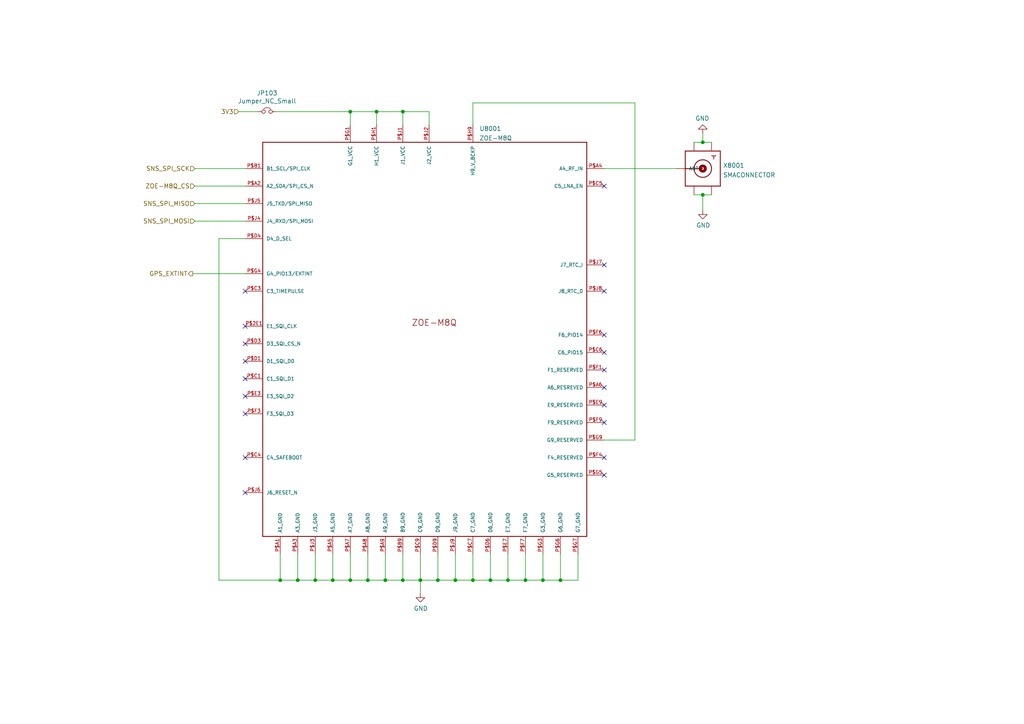
<source format=kicad_sch>
(kicad_sch (version 20211123) (generator eeschema)
  (paper "A4")
  (lib_symbols
    (symbol "Device:Jumper_NC_Small" (pin_numbers hide) (pin_names (offset 0.762) hide)
      (property "Reference" "JP" (at 0 2.032 0))
      (property "Value" "Device_Jumper_NC_Small" (at 0.254 -1.524 0))
      (symbol "Jumper_NC_Small_0_1"
        (circle (center -1.016 0) (radius 0.508))
        (circle (center 1.016 0) (radius 0.508))
        (arc (start 1.016 0.762) (mid 0 1.1828) (end -1.016 0.762))
        (pin passive line (at -2.54 0 0) (length 1.016) (name "1") (number "1"))
        (pin passive line (at 2.54 0 180) (length 1.016) (name "2") (number "2"))
      )
    )
    (symbol "SMACONNECTOR:SMACONNECTOR" (pin_numbers hide) (pin_names (offset 1.016))
      (property "Reference" "X" (at 7.62 2.54 0))
      (property "Value" "SMACONNECTOR" (at 7.62 0 0))
      (symbol "SMACONNECTOR_0_0"
        (polyline (pts (xy -5.08 -5.08) (xy -5.08 0)) (stroke (width 0.254)))
        (polyline (pts (xy -5.08 0) (xy -5.08 5.08)) (stroke (width 0.254)))
        (polyline (pts (xy -5.08 0) (xy 0 0)) (stroke (width 0.254)))
        (polyline (pts (xy -5.08 5.08) (xy 5.08 5.08)) (stroke (width 0.254)))
        (polyline (pts (xy 2.54 3.81) (xy 3.175 3.81)) (stroke (width 0.127)))
        (polyline (pts (xy 3.175 3.175) (xy 2.54 3.81)) (stroke (width 0.127)))
        (polyline (pts (xy 3.175 3.81) (xy 3.175 2.54)) (stroke (width 0.127)))
        (polyline (pts (xy 3.175 3.81) (xy 3.81 3.81)) (stroke (width 0.127)))
        (polyline (pts (xy 3.81 3.81) (xy 3.175 3.175)) (stroke (width 0.127)))
        (polyline (pts (xy 5.08 -5.08) (xy -5.08 -5.08)) (stroke (width 0.254)))
        (polyline (pts (xy 5.08 5.08) (xy 5.08 -5.08)) (stroke (width 0.254)))
        (circle (center 0 0) (radius 0.3556) (stroke (width 0.8128)))
        (circle (center 0 0) (radius 2.54) (stroke (width 0.254)))
        (pin bidirectional line (at -7.62 0 0) (length 2.54) (name "ANT") (number "ANTENNA"))
        (pin power_in line (at -2.54 7.62 270) (length 2.54) (name "~") (number "GND1"))
        (pin power_in line (at 2.54 7.62 270) (length 2.54) (name "~") (number "GND2"))
        (pin power_in line (at -2.54 -7.62 90) (length 2.54) (name "~") (number "GND3"))
        (pin power_in line (at 2.54 -7.62 90) (length 2.54) (name "~") (number "GND4"))
      )
    )
    (symbol "ZOE-M8Q:ZOE-M8Q" (pin_names (offset 1.016))
      (property "Reference" "U" (at -71.12 93.98 0))
      (property "Value" "ZOE-M8Q" (at -86.36 -30.48 0))
      (symbol "ZOE-M8Q_0_0"
        (polyline (pts (xy -71.12 -25.4) (xy 22.86 -25.4)) (stroke (width 0.254)))
        (polyline (pts (xy -71.12 88.9) (xy -71.12 -25.4)) (stroke (width 0.254)))
        (polyline (pts (xy 22.86 88.9) (xy -71.12 88.9)) (stroke (width 0.254)))
        (polyline (pts (xy 22.86 88.9) (xy 22.86 -25.4)) (stroke (width 0.254)))
        (text "ZOE-M8Q" (at -27.94 35.56 0) (effects (font (size 1.778 1.778)) (justify left bottom)))
        (pin bidirectional line (at -76.2 35.56 0) (length 5.08) (name "E1_SQI_CLK") (number "P$2E1"))
        (pin power_in line (at -66.04 -30.48 90) (length 5.08) (name "A1_GND") (number "P$A1"))
        (pin bidirectional line (at -76.2 76.2 0) (length 5.08) (name "A2_SDA/SPI_CS_N") (number "P$A2"))
        (pin power_in line (at -60.96 -30.48 90) (length 5.08) (name "A3_GND") (number "P$A3"))
        (pin input line (at 27.94 81.28 180) (length 5.08) (name "A4_RF_IN") (number "P$A4"))
        (pin power_in line (at -50.8 -30.48 90) (length 5.08) (name "A5_GND") (number "P$A5"))
        (pin bidirectional line (at 27.94 17.78 180) (length 5.08) (name "A6_RESREVED") (number "P$A6"))
        (pin power_in line (at -45.72 -30.48 90) (length 5.08) (name "A7_GND") (number "P$A7"))
        (pin power_in line (at -40.64 -30.48 90) (length 5.08) (name "A8_GND") (number "P$A8"))
        (pin power_in line (at -35.56 -30.48 90) (length 5.08) (name "A9_GND") (number "P$A9"))
        (pin bidirectional line (at -76.2 81.28 0) (length 5.08) (name "B1_SCL/SPI_CLK") (number "P$B1"))
        (pin power_in line (at -30.48 -30.48 90) (length 5.08) (name "B9_GND") (number "P$B9"))
        (pin bidirectional line (at -76.2 20.32 0) (length 5.08) (name "C1_SQI_D1") (number "P$C1"))
        (pin bidirectional line (at -76.2 45.72 0) (length 5.08) (name "C3_TIMEPULSE") (number "P$C3"))
        (pin bidirectional line (at -76.2 -2.54 0) (length 5.08) (name "C4_SAFEBOOT") (number "P$C4"))
        (pin bidirectional line (at 27.94 76.2 180) (length 5.08) (name "C5_LNA_EN") (number "P$C5"))
        (pin bidirectional line (at 27.94 27.94 180) (length 5.08) (name "C6_PIO15") (number "P$C6"))
        (pin power_in line (at -10.16 -30.48 90) (length 5.08) (name "C7_GND") (number "P$C7"))
        (pin power_in line (at -25.4 -30.48 90) (length 5.08) (name "C9_GND") (number "P$C9"))
        (pin bidirectional line (at -76.2 25.4 0) (length 5.08) (name "D1_SQI_D0") (number "P$D1"))
        (pin bidirectional line (at -76.2 30.48 0) (length 5.08) (name "D3_SQI_CS_N") (number "P$D3"))
        (pin bidirectional line (at -76.2 60.96 0) (length 5.08) (name "D4_D_SEL") (number "P$D4"))
        (pin power_in line (at -5.08 -30.48 90) (length 5.08) (name "D6_GND") (number "P$D6"))
        (pin power_in line (at -20.32 -30.48 90) (length 5.08) (name "D9_GND") (number "P$D9"))
        (pin bidirectional line (at -76.2 15.24 0) (length 5.08) (name "E3_SQI_D2") (number "P$E3"))
        (pin power_in line (at 0 -30.48 90) (length 5.08) (name "E7_GND") (number "P$E7"))
        (pin bidirectional line (at 27.94 12.7 180) (length 5.08) (name "E9_RESERVED") (number "P$E9"))
        (pin bidirectional line (at 27.94 22.86 180) (length 5.08) (name "F1_RESERVED") (number "P$F1"))
        (pin bidirectional line (at -76.2 10.16 0) (length 5.08) (name "F3_SQI_D3") (number "P$F3"))
        (pin bidirectional line (at 27.94 -2.54 180) (length 5.08) (name "F4_RESERVED") (number "P$F4"))
        (pin bidirectional line (at 27.94 33.02 180) (length 5.08) (name "F6_PIO14") (number "P$F6"))
        (pin power_in line (at 5.08 -30.48 90) (length 5.08) (name "F7_GND") (number "P$F7"))
        (pin bidirectional line (at 27.94 7.62 180) (length 5.08) (name "F9_RESERVED") (number "P$F9"))
        (pin power_in line (at -45.72 93.98 270) (length 5.08) (name "G1_VCC") (number "P$G1"))
        (pin power_in line (at 10.16 -30.48 90) (length 5.08) (name "G3_GND") (number "P$G3"))
        (pin bidirectional line (at -76.2 50.8 0) (length 5.08) (name "G4_PIO13/EXTINT") (number "P$G4"))
        (pin bidirectional line (at 27.94 -7.62 180) (length 5.08) (name "G5_RESERVED") (number "P$G5"))
        (pin power_in line (at 15.24 -30.48 90) (length 5.08) (name "G6_GND") (number "P$G6"))
        (pin power_in line (at 20.32 -30.48 90) (length 5.08) (name "G7_GND") (number "P$G7"))
        (pin bidirectional line (at 27.94 2.54 180) (length 5.08) (name "G9_RESERVED") (number "P$G9"))
        (pin power_in line (at -38.1 93.98 270) (length 5.08) (name "H1_VCC") (number "P$H1"))
        (pin power_in line (at -10.16 93.98 270) (length 5.08) (name "H9_V_BCKP") (number "P$H9"))
        (pin power_in line (at -30.48 93.98 270) (length 5.08) (name "J1_VCC") (number "P$J1"))
        (pin power_in line (at -22.86 93.98 270) (length 5.08) (name "J2_VCC") (number "P$J2"))
        (pin power_in line (at -55.88 -30.48 90) (length 5.08) (name "J3_GND") (number "P$J3"))
        (pin bidirectional line (at -76.2 66.04 0) (length 5.08) (name "J4_RXD/SPI_MOSI") (number "P$J4"))
        (pin bidirectional line (at -76.2 71.12 0) (length 5.08) (name "J5_TXD/SPI_MISO") (number "P$J5"))
        (pin bidirectional line (at -76.2 -12.7 0) (length 5.08) (name "J6_RESET_N") (number "P$J6"))
        (pin bidirectional line (at 27.94 53.34 180) (length 5.08) (name "J7_RTC_I") (number "P$J7"))
        (pin bidirectional line (at 27.94 45.72 180) (length 5.08) (name "J8_RTC_0") (number "P$J8"))
        (pin power_in line (at -15.24 -30.48 90) (length 5.08) (name "J9_GND") (number "P$J9"))
      )
    )
    (symbol "power:GND" (power) (pin_names (offset 0))
      (property "Value" "GND" (at 0 -3.81 0))
      (symbol "GND_0_1"
        (polyline (pts (xy 0 0) (xy 0 -1.27) (xy 1.27 -1.27) (xy 0 -2.54) (xy -1.27 -1.27) (xy 0 -1.27)))
      )
      (symbol "GND_1_1"
        (pin power_in line (at 0 0 270) (length 0) hide (name "GND") (number "1"))
      )
    )
  )
  (junction (at 121.92 168.275))
  (junction (at 147.32 168.275))
  (junction (at 162.56 168.275))
  (junction (at 127 168.275))
  (junction (at 96.52 168.275))
  (junction (at 91.44 168.275))
  (junction (at 142.24 168.275))
  (junction (at 137.16 168.275))
  (junction (at 157.48 168.275))
  (junction (at 132.08 168.275))
  (junction (at 81.28 168.275))
  (junction (at 203.835 56.515))
  (junction (at 203.835 41.275))
  (junction (at 86.36 168.275))
  (junction (at 101.6 168.275))
  (junction (at 116.84 168.275))
  (junction (at 152.4 168.275))
  (junction (at 111.76 168.275))
  (junction (at 116.84 32.385))
  (junction (at 106.68 168.275))
  (junction (at 101.6 32.385))
  (junction (at 109.22 32.385))
  (no_connect (at 175.26 53.975))
  (no_connect (at 71.12 120.015))
  (no_connect (at 71.12 99.695))
  (no_connect (at 71.12 109.855))
  (no_connect (at 71.12 142.875))
  (no_connect (at 175.26 117.475))
  (no_connect (at 175.26 84.455))
  (no_connect (at 175.26 107.315))
  (no_connect (at 71.12 94.615))
  (no_connect (at 175.26 137.795))
  (no_connect (at 175.26 122.555))
  (no_connect (at 175.26 97.155))
  (no_connect (at 71.12 104.775))
  (no_connect (at 71.12 84.455))
  (no_connect (at 175.26 76.835))
  (no_connect (at 71.12 132.715))
  (no_connect (at 71.12 114.935))
  (no_connect (at 175.26 102.235))
  (no_connect (at 175.26 132.715))
  (no_connect (at 175.26 112.395))
  (wire (pts (xy 147.32 168.275) (xy 152.4 168.275)))
  (wire (pts (xy 56.515 64.135) (xy 71.12 64.135)))
  (wire (pts (xy 142.24 160.655) (xy 142.24 168.275)))
  (wire (pts (xy 137.16 29.845) (xy 184.15 29.845)))
  (wire (pts (xy 167.64 168.275) (xy 167.64 160.655)))
  (wire (pts (xy 101.6 168.275) (xy 106.68 168.275)))
  (wire (pts (xy 71.12 53.975) (xy 56.515 53.975)))
  (wire (pts (xy 203.835 56.515) (xy 206.375 56.515)))
  (wire (pts (xy 184.15 29.845) (xy 184.15 127.635)))
  (wire (pts (xy 63.5 168.275) (xy 81.28 168.275)))
  (wire (pts (xy 91.44 160.655) (xy 91.44 168.275)))
  (wire (pts (xy 203.835 60.96) (xy 203.835 56.515)))
  (wire (pts (xy 96.52 160.655) (xy 96.52 168.275)))
  (wire (pts (xy 116.84 160.655) (xy 116.84 168.275)))
  (wire (pts (xy 111.76 168.275) (xy 116.84 168.275)))
  (wire (pts (xy 132.08 168.275) (xy 137.16 168.275)))
  (wire (pts (xy 121.92 168.275) (xy 127 168.275)))
  (wire (pts (xy 175.26 48.895) (xy 196.215 48.895)))
  (wire (pts (xy 124.46 36.195) (xy 124.46 32.385)))
  (wire (pts (xy 80.01 32.385) (xy 101.6 32.385)))
  (wire (pts (xy 203.835 41.275) (xy 206.375 41.275)))
  (wire (pts (xy 101.6 36.195) (xy 101.6 32.385)))
  (wire (pts (xy 116.84 168.275) (xy 121.92 168.275)))
  (wire (pts (xy 121.92 160.655) (xy 121.92 168.275)))
  (wire (pts (xy 162.56 160.655) (xy 162.56 168.275)))
  (wire (pts (xy 56.515 48.895) (xy 71.12 48.895)))
  (wire (pts (xy 127 160.655) (xy 127 168.275)))
  (wire (pts (xy 203.835 38.735) (xy 203.835 41.275)))
  (wire (pts (xy 81.28 168.275) (xy 86.36 168.275)))
  (wire (pts (xy 137.16 36.195) (xy 137.16 29.845)))
  (wire (pts (xy 201.295 41.275) (xy 203.835 41.275)))
  (wire (pts (xy 86.36 168.275) (xy 91.44 168.275)))
  (wire (pts (xy 137.16 160.655) (xy 137.16 168.275)))
  (wire (pts (xy 86.36 160.655) (xy 86.36 168.275)))
  (wire (pts (xy 124.46 32.385) (xy 116.84 32.385)))
  (wire (pts (xy 137.16 168.275) (xy 142.24 168.275)))
  (wire (pts (xy 106.68 160.655) (xy 106.68 168.275)))
  (wire (pts (xy 132.08 160.655) (xy 132.08 168.275)))
  (wire (pts (xy 56.515 59.055) (xy 71.12 59.055)))
  (wire (pts (xy 162.56 168.275) (xy 167.64 168.275)))
  (wire (pts (xy 63.5 69.215) (xy 63.5 168.275)))
  (wire (pts (xy 101.6 160.655) (xy 101.6 168.275)))
  (wire (pts (xy 157.48 160.655) (xy 157.48 168.275)))
  (wire (pts (xy 71.12 79.375) (xy 55.88 79.375)))
  (wire (pts (xy 201.295 56.515) (xy 203.835 56.515)))
  (wire (pts (xy 111.76 160.655) (xy 111.76 168.275)))
  (wire (pts (xy 116.84 36.195) (xy 116.84 32.385)))
  (wire (pts (xy 127 168.275) (xy 132.08 168.275)))
  (wire (pts (xy 157.48 168.275) (xy 162.56 168.275)))
  (wire (pts (xy 109.22 36.195) (xy 109.22 32.385)))
  (wire (pts (xy 96.52 168.275) (xy 101.6 168.275)))
  (wire (pts (xy 106.68 168.275) (xy 111.76 168.275)))
  (wire (pts (xy 152.4 168.275) (xy 157.48 168.275)))
  (wire (pts (xy 91.44 168.275) (xy 96.52 168.275)))
  (wire (pts (xy 71.12 69.215) (xy 63.5 69.215)))
  (wire (pts (xy 116.84 32.385) (xy 109.22 32.385)))
  (wire (pts (xy 142.24 168.275) (xy 147.32 168.275)))
  (wire (pts (xy 184.15 127.635) (xy 175.26 127.635)))
  (wire (pts (xy 109.22 32.385) (xy 101.6 32.385)))
  (wire (pts (xy 74.93 32.385) (xy 69.215 32.385)))
  (wire (pts (xy 81.28 160.655) (xy 81.28 168.275)))
  (wire (pts (xy 152.4 160.655) (xy 152.4 168.275)))
  (wire (pts (xy 147.32 160.655) (xy 147.32 168.275)))
  (wire (pts (xy 121.92 172.085) (xy 121.92 168.275)))
  (hierarchical_label "ZOE-M8Q_CS" (shape input) (at 56.515 53.975 180))
  (hierarchical_label "GPS_EXTINT" (shape output) (at 55.88 79.375 180))
  (hierarchical_label "3V3" (shape input) (at 69.215 32.385 180))
  (hierarchical_label "SNS_SPI_MISO" (shape input) (at 56.515 59.055 180))
  (hierarchical_label "SNS_SPI_MOSI" (shape input) (at 56.515 64.135 180))
  (hierarchical_label "SNS_SPI_SCK" (shape input) (at 56.515 48.895 180))
  (symbol (lib_id "Device:Jumper_NC_Small") (at 77.47 32.385 0) (unit 1)
    (property "Reference" "JP103" (at 77.47 27.0002 0))
    (property "Value" "Jumper_NC_Small" (at 77.47 29.3116 0))
    (property "Footprint" "Jumper:SolderJumper-2_P1.3mm_Bridged2Bar_RoundedPad1.0x1.5mm" (effects hide))
  )
  (symbol (lib_id "power:GND") (at 121.92 172.085 0) (unit 1)
    (property "Reference" "#PWR0201" (effects hide))
    (property "Value" "GND" (at 122.047 176.4792 0))
  )
  (symbol (lib_id "power:GND") (at 203.835 60.96 0) (unit 1)
    (property "Reference" "#PWR0203" (effects hide))
    (property "Value" "GND" (at 203.962 65.3542 0))
  )
  (symbol (lib_id "power:GND") (at 203.835 38.735 180) (unit 1)
    (property "Reference" "#PWR0202" (effects hide))
    (property "Value" "GND" (at 203.708 34.3408 0))
  )
  (symbol (lib_id "ZOE-M8Q:ZOE-M8Q") (at 147.32 130.175 0) (unit 1)
    (property "Reference" "U8001" (at 139.0397 37.3085 0) (effects (justify left)))
    (property "Value" "ZOE-M8Q" (at 139.0397 40.0836 0) (effects (justify left)))
    (property "Footprint" "ZOE-M8" (effects hide))
  )
  (symbol (lib_id "SMACONNECTOR:SMACONNECTOR") (at 203.835 48.895 0) (unit 1)
    (property "Reference" "X8001" (at 209.677 47.9865 0) (effects (justify left)))
    (property "Value" "SMACONNECTOR" (at 209.677 50.7616 0) (effects (justify left)))
  )
)
</source>
